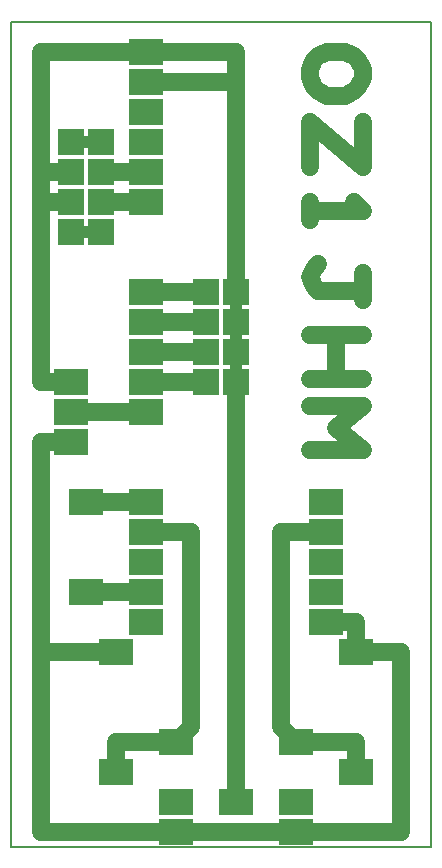
<source format=gbr>
G04 DesignSpark PCB Gerber Version 9.0 Build 5115 *
G04 #@! TF.Part,Single*
G04 #@! TF.FileFunction,Copper,L1,Bot *
G04 #@! TF.FilePolarity,Positive *
%FSLAX35Y35*%
%MOIN*%
%ADD11C,0.00500*%
%ADD22C,0.03937*%
%ADD79C,0.05906*%
G04 #@! TA.AperFunction,WasherPad*
%ADD78R,0.08661X0.08661*%
%ADD77R,0.11811X0.08661*%
X0Y0D02*
D02*
D11*
X140250Y250D02*
X250D01*
Y275250*
X140250*
Y250*
D02*
D22*
X75250Y165250D02*
Y155250D01*
Y175250D02*
Y165250D01*
Y185250D02*
Y175250D01*
X30250Y205250D02*
X20250D01*
X30250Y235250D02*
X20250D01*
D02*
D77*
X115250Y25250D03*
Y65250D03*
X105250Y75250D03*
Y85250D03*
Y95250D03*
Y105250D03*
Y115250D03*
X95250Y5250D03*
Y15250D03*
Y35250D03*
X75250Y15250D03*
X55250Y5250D03*
Y15250D03*
Y35250D03*
X45250Y75250D03*
Y85250D03*
Y95250D03*
Y105250D03*
Y115250D03*
Y145250D03*
Y155250D03*
Y165250D03*
Y175250D03*
Y185250D03*
Y215250D03*
Y225250D03*
Y235250D03*
Y245250D03*
Y255250D03*
Y265250D03*
X35250Y25250D03*
Y65250D03*
X25250Y85250D03*
Y115250D03*
X20250Y135250D03*
Y145250D03*
Y155250D03*
D02*
D78*
X75250D03*
Y165250D03*
Y175250D03*
Y185250D03*
X65250Y155250D03*
Y165250D03*
Y175250D03*
Y185250D03*
X30250Y205250D03*
Y215250D03*
Y225250D03*
Y235250D03*
X20250Y205250D03*
Y215250D03*
Y225250D03*
Y235250D03*
D02*
D79*
X115250Y65250D02*
X130250D01*
Y5250*
X95250*
X105250Y75250D02*
X115250D01*
Y65250*
X105250Y105250D02*
X90250D01*
Y40250*
X95250Y35250*
Y5250D02*
X55250D01*
X95250Y35250D02*
X115250D01*
Y25250*
X105585Y265250D02*
X111490D01*
X114443Y263774*
X115919Y262297*
X117396Y259344*
Y256392*
X115919Y253439*
X114443Y251963*
X111490Y250486*
X105585*
X102632Y251963*
X101156Y253439*
X99679Y256392*
Y259344*
X101156Y262297*
X102632Y263774*
X105585Y265250*
X117396Y241628D02*
Y226864D01*
X99679Y241628*
Y226864*
Y215053D02*
Y209148D01*
Y212100D02*
X117396D01*
X114443Y215053*
X102632Y194384D02*
X101156Y192907D01*
X99679Y189955*
X101156Y187002*
X102632Y185526*
X117396*
Y182573*
Y185526D02*
Y191431D01*
X99679Y170762D02*
X117396D01*
X108537D02*
Y155998D01*
X99679D02*
X117396D01*
X99679Y147140D02*
X117396D01*
X108537Y139758*
X117396Y132376*
X99679*
X75250Y155250D02*
Y15250D01*
Y255250D02*
Y185250D01*
X65250Y155250D02*
X45250D01*
X65250Y165250D02*
X45250D01*
X65250Y175250D02*
X45250D01*
X65250Y185250D02*
X45250D01*
X55250Y5250D02*
X10250D01*
Y65250*
X55250Y35250D02*
X35250D01*
Y25250*
X45250Y85250D02*
X25250D01*
X45250Y105250D02*
X60250D01*
Y40250*
X55250Y35250*
X45250Y115250D02*
X25250D01*
X45250Y145250D02*
X20250D01*
X45250Y215250D02*
X30250D01*
X45250Y225250D02*
X30250D01*
X45250Y255250D02*
X75250D01*
X45250Y265250D02*
X10250D01*
Y225250*
X45250Y265250D02*
X75250D01*
Y255250*
X20250Y135250D02*
X10250D01*
Y65250*
X20250Y215250D02*
X10250D01*
X20250Y225250D02*
X10250D01*
Y65250D02*
X35250D01*
X10250Y215250D02*
Y155250D01*
X20250*
X10250Y225250D02*
Y215250D01*
X0Y0D02*
M02*

</source>
